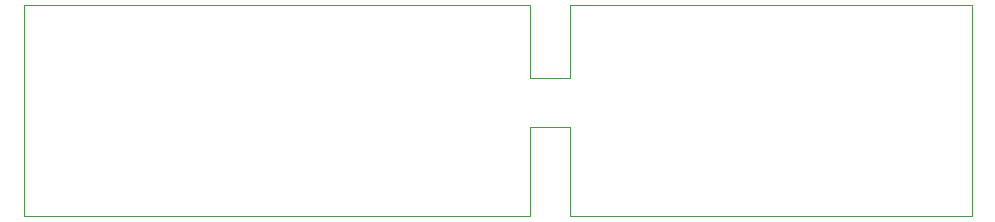
<source format=gbr>
%TF.GenerationSoftware,KiCad,Pcbnew,9.0.0*%
%TF.CreationDate,2025-04-24T23:17:45+03:00*%
%TF.ProjectId,PSU,5053552e-6b69-4636-9164-5f7063625858,rev?*%
%TF.SameCoordinates,Original*%
%TF.FileFunction,Profile,NP*%
%FSLAX46Y46*%
G04 Gerber Fmt 4.6, Leading zero omitted, Abs format (unit mm)*
G04 Created by KiCad (PCBNEW 9.0.0) date 2025-04-24 23:17:45*
%MOMM*%
%LPD*%
G01*
G04 APERTURE LIST*
%TA.AperFunction,Profile*%
%ADD10C,0.050000*%
%TD*%
G04 APERTURE END LIST*
D10*
X130226900Y-102209600D02*
X133655900Y-102209600D01*
X87386900Y-109702600D02*
X87386900Y-91871800D01*
X130226900Y-98018600D02*
X130226900Y-91871800D01*
X133655900Y-98018600D02*
X130226900Y-98018600D01*
X133656293Y-91881354D02*
X133655900Y-98018600D01*
X167612644Y-91881354D02*
X133656293Y-91881354D01*
X167612644Y-109768662D02*
X167612644Y-91881354D01*
X130226900Y-109702600D02*
X130226900Y-102209600D01*
X87386900Y-109702600D02*
X130226900Y-109702600D01*
X130226900Y-91871800D02*
X87386900Y-91871800D01*
X133656293Y-109768662D02*
X167612644Y-109768662D01*
X133655900Y-102209600D02*
X133656293Y-109768662D01*
M02*

</source>
